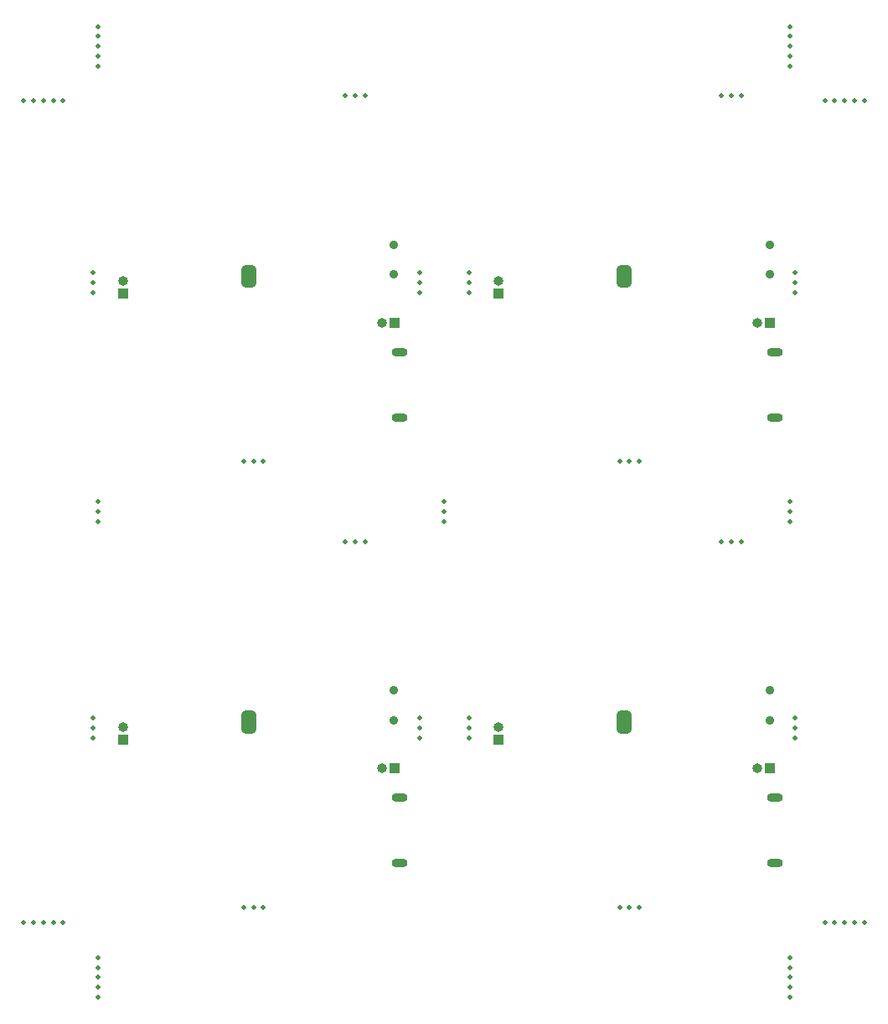
<source format=gbs>
G04 #@! TF.GenerationSoftware,KiCad,Pcbnew,9.0.3*
G04 #@! TF.CreationDate,2025-09-14T18:43:41+02:00*
G04 #@! TF.ProjectId,panel,70616e65-6c2e-46b6-9963-61645f706362,rev?*
G04 #@! TF.SameCoordinates,Original*
G04 #@! TF.FileFunction,Soldermask,Bot*
G04 #@! TF.FilePolarity,Negative*
%FSLAX46Y46*%
G04 Gerber Fmt 4.6, Leading zero omitted, Abs format (unit mm)*
G04 Created by KiCad (PCBNEW 9.0.3) date 2025-09-14 18:43:41*
%MOMM*%
%LPD*%
G01*
G04 APERTURE LIST*
G04 Aperture macros list*
%AMFreePoly0*
4,1,23,0.500000,-0.750000,0.000000,-0.750000,0.000000,-0.745722,-0.065263,-0.745722,-0.191342,-0.711940,-0.304381,-0.646677,-0.396677,-0.554381,-0.461940,-0.441342,-0.495722,-0.315263,-0.495722,-0.250000,-0.500000,-0.250000,-0.500000,0.250000,-0.495722,0.250000,-0.495722,0.315263,-0.461940,0.441342,-0.396677,0.554381,-0.304381,0.646677,-0.191342,0.711940,-0.065263,0.745722,0.000000,0.745722,
0.000000,0.750000,0.500000,0.750000,0.500000,-0.750000,0.500000,-0.750000,$1*%
%AMFreePoly1*
4,1,23,0.000000,0.745722,0.065263,0.745722,0.191342,0.711940,0.304381,0.646677,0.396677,0.554381,0.461940,0.441342,0.495722,0.315263,0.495722,0.250000,0.500000,0.250000,0.500000,-0.250000,0.495722,-0.250000,0.495722,-0.315263,0.461940,-0.441342,0.396677,-0.554381,0.304381,-0.646677,0.191342,-0.711940,0.065263,-0.745722,0.000000,-0.745722,0.000000,-0.750000,-0.500000,-0.750000,
-0.500000,0.750000,0.000000,0.750000,0.000000,0.745722,0.000000,0.745722,$1*%
G04 Aperture macros list end*
%ADD10R,1.000000X1.000000*%
%ADD11O,1.000000X1.000000*%
%ADD12C,0.500000*%
%ADD13C,0.900000*%
%ADD14O,1.600000X0.900000*%
%ADD15FreePoly0,90.000000*%
%ADD16FreePoly1,90.000000*%
G04 APERTURE END LIST*
G04 #@! TO.C,SW2*
G36*
X61967800Y-25868800D02*
G01*
X60467800Y-25868800D01*
X60467800Y-25568800D01*
X61967800Y-25568800D01*
X61967800Y-25868800D01*
G37*
G36*
X23979600Y-70867200D02*
G01*
X22479600Y-70867200D01*
X22479600Y-70567200D01*
X23979600Y-70567200D01*
X23979600Y-70867200D01*
G37*
G36*
X23979600Y-25868800D02*
G01*
X22479600Y-25868800D01*
X22479600Y-25568800D01*
X23979600Y-25568800D01*
X23979600Y-25868800D01*
G37*
G36*
X61967800Y-70867200D02*
G01*
X60467800Y-70867200D01*
X60467800Y-70567200D01*
X61967800Y-70567200D01*
X61967800Y-70867200D01*
G37*
G04 #@! TD*
D10*
G04 #@! TO.C,J4*
X10529600Y-72495200D03*
D11*
X10529600Y-71225200D03*
G04 #@! TD*
D12*
G04 #@! TO.C,KiKit_MB_4_4*
X7500015Y-25338801D03*
G04 #@! TD*
D10*
G04 #@! TO.C,BAT1*
X37961600Y-75401200D03*
D11*
X36691600Y-75401200D03*
G04 #@! TD*
D12*
G04 #@! TO.C,KiKit_MB_25_5*
X3500000Y-90996800D03*
G04 #@! TD*
G04 #@! TO.C,KiKit_MB_20_3*
X8000000Y-1500000D03*
G04 #@! TD*
G04 #@! TO.C,KiKit_MB_5_4*
X60725800Y-44415600D03*
G04 #@! TD*
G04 #@! TO.C,KiKit_MB_15_3*
X78476400Y-71337200D03*
G04 #@! TD*
G04 #@! TO.C,KiKit_MB_6_3*
X72012800Y-7500000D03*
G04 #@! TD*
G04 #@! TO.C,KiKit_MB_6_2*
X71012800Y-7500000D03*
G04 #@! TD*
G04 #@! TO.C,KiKit_MB_26_3*
X82476400Y-8000000D03*
G04 #@! TD*
G04 #@! TO.C,KiKit_MB_2_2*
X33024600Y-7500000D03*
G04 #@! TD*
G04 #@! TO.C,KiKit_MB_7_4*
X78476400Y-27338800D03*
G04 #@! TD*
G04 #@! TO.C,KiKit_MB_11_4*
X40488200Y-72337200D03*
G04 #@! TD*
G04 #@! TO.C,KiKit_MB_22_6*
X8000000Y-98496800D03*
G04 #@! TD*
G04 #@! TO.C,KiKit_MB_20_2*
X8000000Y-500000D03*
G04 #@! TD*
G04 #@! TO.C,KiKit_MB_8_2*
X45488216Y-27338800D03*
G04 #@! TD*
G04 #@! TO.C,KiKit_MB_11_3*
X40488200Y-71337200D03*
G04 #@! TD*
G04 #@! TO.C,KiKit_MB_26_4*
X83476400Y-8000000D03*
G04 #@! TD*
G04 #@! TO.C,KiKit_MB_27_5*
X84476400Y-90996800D03*
G04 #@! TD*
G04 #@! TO.C,KiKit_MB_19_4*
X8000000Y-50498400D03*
G04 #@! TD*
G04 #@! TO.C,KiKit_MB_17_2*
X42988200Y-50498400D03*
G04 #@! TD*
G04 #@! TO.C,KiKit_MB_13_3*
X61725800Y-89414000D03*
G04 #@! TD*
G04 #@! TO.C,KiKit_MB_24_4*
X2500000Y-8000000D03*
G04 #@! TD*
G04 #@! TO.C,KiKit_MB_8_3*
X45488215Y-26338801D03*
G04 #@! TD*
G04 #@! TO.C,KiKit_MB_16_3*
X45488215Y-71337200D03*
G04 #@! TD*
G04 #@! TO.C,KiKit_MB_3_3*
X40488200Y-26338800D03*
G04 #@! TD*
D10*
G04 #@! TO.C,BAT1*
X75949800Y-30402800D03*
D11*
X74679800Y-30402800D03*
G04 #@! TD*
D12*
G04 #@! TO.C,KiKit_MB_9_4*
X22737600Y-89414000D03*
G04 #@! TD*
D13*
G04 #@! TO.C,SW3*
X37910600Y-70551200D03*
X37910600Y-67551200D03*
G04 #@! TD*
D12*
G04 #@! TO.C,KiKit_MB_23_5*
X77976400Y-97496800D03*
G04 #@! TD*
G04 #@! TO.C,KiKit_MB_14_4*
X73012800Y-52498400D03*
G04 #@! TD*
G04 #@! TO.C,KiKit_MB_10_3*
X34024600Y-52498400D03*
G04 #@! TD*
G04 #@! TO.C,KiKit_MB_5_3*
X61725800Y-44415600D03*
G04 #@! TD*
G04 #@! TO.C,KiKit_MB_12_4*
X7500015Y-70337200D03*
G04 #@! TD*
G04 #@! TO.C,KiKit_MB_27_6*
X85476400Y-90996800D03*
G04 #@! TD*
G04 #@! TO.C,KiKit_MB_3_2*
X40488200Y-25338800D03*
G04 #@! TD*
G04 #@! TO.C,KiKit_MB_16_4*
X45488214Y-70337200D03*
G04 #@! TD*
G04 #@! TO.C,KiKit_MB_23_6*
X77976400Y-98496800D03*
G04 #@! TD*
G04 #@! TO.C,KiKit_MB_23_2*
X77976400Y-94496800D03*
G04 #@! TD*
G04 #@! TO.C,KiKit_MB_17_3*
X42988200Y-49498400D03*
G04 #@! TD*
G04 #@! TO.C,KiKit_MB_25_3*
X1500000Y-90996800D03*
G04 #@! TD*
G04 #@! TO.C,KiKit_MB_14_3*
X72012800Y-52498400D03*
G04 #@! TD*
G04 #@! TO.C,KiKit_MB_23_4*
X77976400Y-96496800D03*
G04 #@! TD*
G04 #@! TO.C,KiKit_MB_25_2*
X500000Y-90996800D03*
G04 #@! TD*
G04 #@! TO.C,KiKit_MB_9_2*
X24737600Y-89414000D03*
G04 #@! TD*
G04 #@! TO.C,KiKit_MB_1_3*
X23737600Y-44415600D03*
G04 #@! TD*
G04 #@! TO.C,KiKit_MB_19_3*
X8000000Y-49498400D03*
G04 #@! TD*
G04 #@! TO.C,KiKit_MB_10_4*
X35024600Y-52498400D03*
G04 #@! TD*
G04 #@! TO.C,KiKit_MB_8_4*
X45488214Y-25338801D03*
G04 #@! TD*
G04 #@! TO.C,KiKit_MB_12_3*
X7500016Y-71337200D03*
G04 #@! TD*
D13*
G04 #@! TO.C,SW3*
X75898800Y-25552800D03*
X75898800Y-22552800D03*
G04 #@! TD*
D12*
G04 #@! TO.C,KiKit_MB_16_2*
X45488216Y-72337200D03*
G04 #@! TD*
G04 #@! TO.C,KiKit_MB_25_4*
X2500000Y-90996800D03*
G04 #@! TD*
D10*
G04 #@! TO.C,BAT1*
X37961600Y-30402800D03*
D11*
X36691600Y-30402800D03*
G04 #@! TD*
D10*
G04 #@! TO.C,J4*
X48517800Y-27496800D03*
D11*
X48517800Y-26226800D03*
G04 #@! TD*
D12*
G04 #@! TO.C,KiKit_MB_24_6*
X4500000Y-8000000D03*
G04 #@! TD*
G04 #@! TO.C,KiKit_MB_23_3*
X77976400Y-95496800D03*
G04 #@! TD*
D13*
G04 #@! TO.C,SW3*
X75898800Y-70551200D03*
X75898800Y-67551200D03*
G04 #@! TD*
D12*
G04 #@! TO.C,KiKit_MB_20_6*
X8000000Y-4500000D03*
G04 #@! TD*
G04 #@! TO.C,KiKit_MB_7_2*
X78476400Y-25338800D03*
G04 #@! TD*
D14*
G04 #@! TO.C,J1*
X76457800Y-84981200D03*
X76457800Y-78381200D03*
G04 #@! TD*
D12*
G04 #@! TO.C,KiKit_MB_1_2*
X24737600Y-44415600D03*
G04 #@! TD*
G04 #@! TO.C,KiKit_MB_22_4*
X8000000Y-96496800D03*
G04 #@! TD*
G04 #@! TO.C,KiKit_MB_26_5*
X84476400Y-8000000D03*
G04 #@! TD*
D10*
G04 #@! TO.C,J4*
X48517800Y-72495200D03*
D11*
X48517800Y-71225200D03*
G04 #@! TD*
D12*
G04 #@! TO.C,KiKit_MB_22_2*
X8000000Y-94496800D03*
G04 #@! TD*
G04 #@! TO.C,KiKit_MB_11_2*
X40488200Y-70337200D03*
G04 #@! TD*
G04 #@! TO.C,KiKit_MB_18_3*
X77976400Y-49498400D03*
G04 #@! TD*
G04 #@! TO.C,KiKit_MB_20_4*
X8000000Y-2500000D03*
G04 #@! TD*
G04 #@! TO.C,KiKit_MB_13_4*
X60725800Y-89414000D03*
G04 #@! TD*
G04 #@! TO.C,KiKit_MB_12_2*
X7500017Y-72337200D03*
G04 #@! TD*
G04 #@! TO.C,KiKit_MB_18_2*
X77976400Y-48498400D03*
G04 #@! TD*
G04 #@! TO.C,KiKit_MB_4_3*
X7500016Y-26338801D03*
G04 #@! TD*
G04 #@! TO.C,KiKit_MB_21_3*
X77976400Y-1500000D03*
G04 #@! TD*
G04 #@! TO.C,KiKit_MB_24_5*
X3500000Y-8000000D03*
G04 #@! TD*
G04 #@! TO.C,KiKit_MB_9_3*
X23737600Y-89414000D03*
G04 #@! TD*
G04 #@! TO.C,KiKit_MB_17_4*
X42988200Y-48498400D03*
G04 #@! TD*
G04 #@! TO.C,KiKit_MB_15_2*
X78476400Y-70337200D03*
G04 #@! TD*
G04 #@! TO.C,KiKit_MB_14_2*
X71012800Y-52498400D03*
G04 #@! TD*
G04 #@! TO.C,KiKit_MB_27_4*
X83476400Y-90996800D03*
G04 #@! TD*
G04 #@! TO.C,KiKit_MB_2_4*
X35024600Y-7500000D03*
G04 #@! TD*
G04 #@! TO.C,KiKit_MB_4_2*
X7500017Y-27338800D03*
G04 #@! TD*
G04 #@! TO.C,KiKit_MB_19_2*
X8000000Y-48498400D03*
G04 #@! TD*
G04 #@! TO.C,KiKit_MB_21_4*
X77976400Y-2500000D03*
G04 #@! TD*
G04 #@! TO.C,KiKit_MB_27_2*
X81476400Y-90996800D03*
G04 #@! TD*
D10*
G04 #@! TO.C,BAT1*
X75949800Y-75401200D03*
D11*
X74679800Y-75401200D03*
G04 #@! TD*
D12*
G04 #@! TO.C,KiKit_MB_24_3*
X1500000Y-8000000D03*
G04 #@! TD*
D13*
G04 #@! TO.C,SW3*
X37910600Y-25552800D03*
X37910600Y-22552800D03*
G04 #@! TD*
D12*
G04 #@! TO.C,KiKit_MB_1_4*
X22737600Y-44415600D03*
G04 #@! TD*
G04 #@! TO.C,KiKit_MB_2_3*
X34024600Y-7500000D03*
G04 #@! TD*
G04 #@! TO.C,KiKit_MB_10_2*
X33024600Y-52498400D03*
G04 #@! TD*
G04 #@! TO.C,KiKit_MB_21_2*
X77976400Y-500000D03*
G04 #@! TD*
G04 #@! TO.C,KiKit_MB_15_4*
X78476400Y-72337200D03*
G04 #@! TD*
G04 #@! TO.C,KiKit_MB_26_2*
X81476400Y-8000000D03*
G04 #@! TD*
G04 #@! TO.C,KiKit_MB_26_6*
X85476400Y-8000000D03*
G04 #@! TD*
D10*
G04 #@! TO.C,J4*
X10529600Y-27496800D03*
D11*
X10529600Y-26226800D03*
G04 #@! TD*
D12*
G04 #@! TO.C,KiKit_MB_5_2*
X62725800Y-44415600D03*
G04 #@! TD*
G04 #@! TO.C,KiKit_MB_27_3*
X82476400Y-90996800D03*
G04 #@! TD*
G04 #@! TO.C,KiKit_MB_18_4*
X77976400Y-50498400D03*
G04 #@! TD*
G04 #@! TO.C,KiKit_MB_3_4*
X40488200Y-27338800D03*
G04 #@! TD*
G04 #@! TO.C,KiKit_MB_24_2*
X500000Y-8000000D03*
G04 #@! TD*
D14*
G04 #@! TO.C,J1*
X38469600Y-39982800D03*
X38469600Y-33382800D03*
G04 #@! TD*
D12*
G04 #@! TO.C,KiKit_MB_22_3*
X8000000Y-95496800D03*
G04 #@! TD*
G04 #@! TO.C,KiKit_MB_6_4*
X73012800Y-7500000D03*
G04 #@! TD*
G04 #@! TO.C,KiKit_MB_7_3*
X78476400Y-26338800D03*
G04 #@! TD*
G04 #@! TO.C,KiKit_MB_22_5*
X8000000Y-97496800D03*
G04 #@! TD*
G04 #@! TO.C,KiKit_MB_21_5*
X77976400Y-3500000D03*
G04 #@! TD*
D14*
G04 #@! TO.C,J1*
X76457800Y-39982800D03*
X76457800Y-33382800D03*
G04 #@! TD*
D12*
G04 #@! TO.C,KiKit_MB_13_2*
X62725800Y-89414000D03*
G04 #@! TD*
G04 #@! TO.C,KiKit_MB_25_6*
X4500000Y-90996800D03*
G04 #@! TD*
G04 #@! TO.C,KiKit_MB_20_5*
X8000000Y-3500000D03*
G04 #@! TD*
G04 #@! TO.C,KiKit_MB_21_6*
X77976400Y-4500000D03*
G04 #@! TD*
D14*
G04 #@! TO.C,J1*
X38469600Y-84981200D03*
X38469600Y-78381200D03*
G04 #@! TD*
D15*
G04 #@! TO.C,SW2*
X61217800Y-26368800D03*
D16*
X61217800Y-25068800D03*
G04 #@! TD*
D15*
G04 #@! TO.C,SW2*
X23229600Y-71367200D03*
D16*
X23229600Y-70067200D03*
G04 #@! TD*
D15*
G04 #@! TO.C,SW2*
X23229600Y-26368800D03*
D16*
X23229600Y-25068800D03*
G04 #@! TD*
D15*
G04 #@! TO.C,SW2*
X61217800Y-71367200D03*
D16*
X61217800Y-70067200D03*
G04 #@! TD*
M02*

</source>
